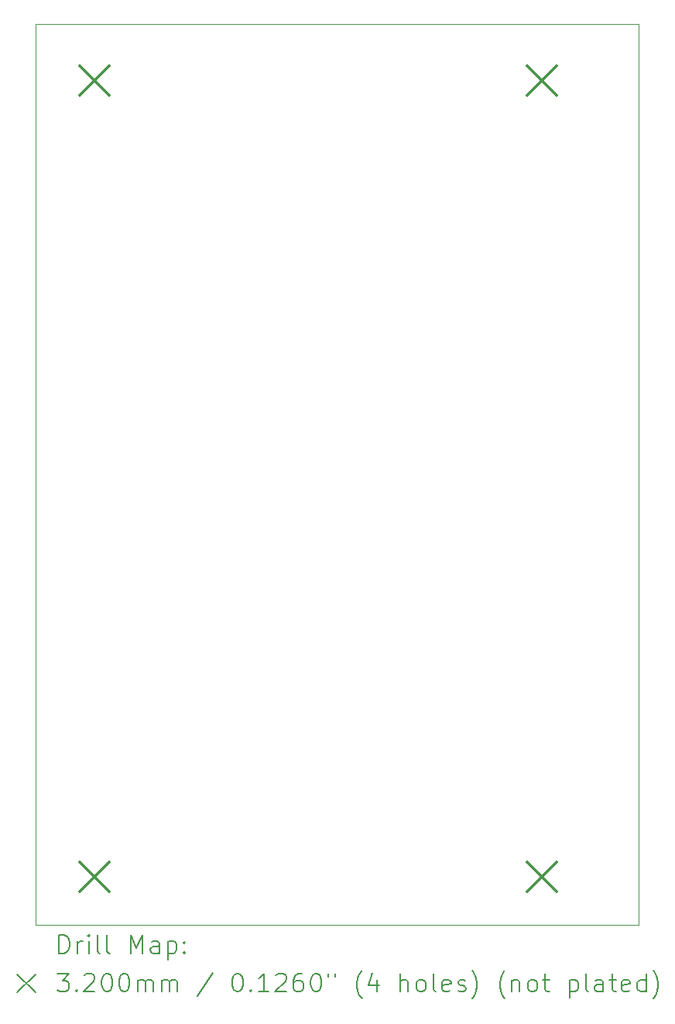
<source format=gbr>
%TF.GenerationSoftware,KiCad,Pcbnew,9.0.2*%
%TF.CreationDate,2025-07-10T18:49:31+01:00*%
%TF.ProjectId,Temperature-Controller,54656d70-6572-4617-9475-72652d436f6e,rev?*%
%TF.SameCoordinates,Original*%
%TF.FileFunction,Drillmap*%
%TF.FilePolarity,Positive*%
%FSLAX45Y45*%
G04 Gerber Fmt 4.5, Leading zero omitted, Abs format (unit mm)*
G04 Created by KiCad (PCBNEW 9.0.2) date 2025-07-10 18:49:31*
%MOMM*%
%LPD*%
G01*
G04 APERTURE LIST*
%ADD10C,0.050000*%
%ADD11C,0.200000*%
%ADD12C,0.320000*%
G04 APERTURE END LIST*
D10*
X16055000Y-13415000D02*
X16055000Y-3575000D01*
X16055000Y-3575000D02*
X16095000Y-3575000D01*
X22655000Y-3575000D02*
X22655000Y-13415000D01*
X22655000Y-13415000D02*
X16055000Y-13415000D01*
X16095000Y-3575000D02*
X22655000Y-3575000D01*
D11*
D12*
X16540500Y-4031000D02*
X16860500Y-4351000D01*
X16860500Y-4031000D02*
X16540500Y-4351000D01*
X16540500Y-12730500D02*
X16860500Y-13050500D01*
X16860500Y-12730500D02*
X16540500Y-13050500D01*
X21430000Y-4031000D02*
X21750000Y-4351000D01*
X21750000Y-4031000D02*
X21430000Y-4351000D01*
X21430000Y-12730500D02*
X21750000Y-13050500D01*
X21750000Y-12730500D02*
X21430000Y-13050500D01*
D11*
X16313277Y-13728984D02*
X16313277Y-13528984D01*
X16313277Y-13528984D02*
X16360896Y-13528984D01*
X16360896Y-13528984D02*
X16389467Y-13538508D01*
X16389467Y-13538508D02*
X16408515Y-13557555D01*
X16408515Y-13557555D02*
X16418039Y-13576603D01*
X16418039Y-13576603D02*
X16427562Y-13614698D01*
X16427562Y-13614698D02*
X16427562Y-13643269D01*
X16427562Y-13643269D02*
X16418039Y-13681365D01*
X16418039Y-13681365D02*
X16408515Y-13700412D01*
X16408515Y-13700412D02*
X16389467Y-13719460D01*
X16389467Y-13719460D02*
X16360896Y-13728984D01*
X16360896Y-13728984D02*
X16313277Y-13728984D01*
X16513277Y-13728984D02*
X16513277Y-13595650D01*
X16513277Y-13633746D02*
X16522801Y-13614698D01*
X16522801Y-13614698D02*
X16532324Y-13605174D01*
X16532324Y-13605174D02*
X16551372Y-13595650D01*
X16551372Y-13595650D02*
X16570420Y-13595650D01*
X16637086Y-13728984D02*
X16637086Y-13595650D01*
X16637086Y-13528984D02*
X16627562Y-13538508D01*
X16627562Y-13538508D02*
X16637086Y-13548031D01*
X16637086Y-13548031D02*
X16646610Y-13538508D01*
X16646610Y-13538508D02*
X16637086Y-13528984D01*
X16637086Y-13528984D02*
X16637086Y-13548031D01*
X16760896Y-13728984D02*
X16741848Y-13719460D01*
X16741848Y-13719460D02*
X16732324Y-13700412D01*
X16732324Y-13700412D02*
X16732324Y-13528984D01*
X16865658Y-13728984D02*
X16846610Y-13719460D01*
X16846610Y-13719460D02*
X16837086Y-13700412D01*
X16837086Y-13700412D02*
X16837086Y-13528984D01*
X17094229Y-13728984D02*
X17094229Y-13528984D01*
X17094229Y-13528984D02*
X17160896Y-13671841D01*
X17160896Y-13671841D02*
X17227563Y-13528984D01*
X17227563Y-13528984D02*
X17227563Y-13728984D01*
X17408515Y-13728984D02*
X17408515Y-13624222D01*
X17408515Y-13624222D02*
X17398991Y-13605174D01*
X17398991Y-13605174D02*
X17379944Y-13595650D01*
X17379944Y-13595650D02*
X17341848Y-13595650D01*
X17341848Y-13595650D02*
X17322801Y-13605174D01*
X17408515Y-13719460D02*
X17389467Y-13728984D01*
X17389467Y-13728984D02*
X17341848Y-13728984D01*
X17341848Y-13728984D02*
X17322801Y-13719460D01*
X17322801Y-13719460D02*
X17313277Y-13700412D01*
X17313277Y-13700412D02*
X17313277Y-13681365D01*
X17313277Y-13681365D02*
X17322801Y-13662317D01*
X17322801Y-13662317D02*
X17341848Y-13652793D01*
X17341848Y-13652793D02*
X17389467Y-13652793D01*
X17389467Y-13652793D02*
X17408515Y-13643269D01*
X17503753Y-13595650D02*
X17503753Y-13795650D01*
X17503753Y-13605174D02*
X17522801Y-13595650D01*
X17522801Y-13595650D02*
X17560896Y-13595650D01*
X17560896Y-13595650D02*
X17579944Y-13605174D01*
X17579944Y-13605174D02*
X17589467Y-13614698D01*
X17589467Y-13614698D02*
X17598991Y-13633746D01*
X17598991Y-13633746D02*
X17598991Y-13690888D01*
X17598991Y-13690888D02*
X17589467Y-13709936D01*
X17589467Y-13709936D02*
X17579944Y-13719460D01*
X17579944Y-13719460D02*
X17560896Y-13728984D01*
X17560896Y-13728984D02*
X17522801Y-13728984D01*
X17522801Y-13728984D02*
X17503753Y-13719460D01*
X17684705Y-13709936D02*
X17694229Y-13719460D01*
X17694229Y-13719460D02*
X17684705Y-13728984D01*
X17684705Y-13728984D02*
X17675182Y-13719460D01*
X17675182Y-13719460D02*
X17684705Y-13709936D01*
X17684705Y-13709936D02*
X17684705Y-13728984D01*
X17684705Y-13605174D02*
X17694229Y-13614698D01*
X17694229Y-13614698D02*
X17684705Y-13624222D01*
X17684705Y-13624222D02*
X17675182Y-13614698D01*
X17675182Y-13614698D02*
X17684705Y-13605174D01*
X17684705Y-13605174D02*
X17684705Y-13624222D01*
X15852500Y-13957500D02*
X16052500Y-14157500D01*
X16052500Y-13957500D02*
X15852500Y-14157500D01*
X16294229Y-13948984D02*
X16418039Y-13948984D01*
X16418039Y-13948984D02*
X16351372Y-14025174D01*
X16351372Y-14025174D02*
X16379943Y-14025174D01*
X16379943Y-14025174D02*
X16398991Y-14034698D01*
X16398991Y-14034698D02*
X16408515Y-14044222D01*
X16408515Y-14044222D02*
X16418039Y-14063269D01*
X16418039Y-14063269D02*
X16418039Y-14110888D01*
X16418039Y-14110888D02*
X16408515Y-14129936D01*
X16408515Y-14129936D02*
X16398991Y-14139460D01*
X16398991Y-14139460D02*
X16379943Y-14148984D01*
X16379943Y-14148984D02*
X16322801Y-14148984D01*
X16322801Y-14148984D02*
X16303753Y-14139460D01*
X16303753Y-14139460D02*
X16294229Y-14129936D01*
X16503753Y-14129936D02*
X16513277Y-14139460D01*
X16513277Y-14139460D02*
X16503753Y-14148984D01*
X16503753Y-14148984D02*
X16494229Y-14139460D01*
X16494229Y-14139460D02*
X16503753Y-14129936D01*
X16503753Y-14129936D02*
X16503753Y-14148984D01*
X16589467Y-13968031D02*
X16598991Y-13958508D01*
X16598991Y-13958508D02*
X16618039Y-13948984D01*
X16618039Y-13948984D02*
X16665658Y-13948984D01*
X16665658Y-13948984D02*
X16684705Y-13958508D01*
X16684705Y-13958508D02*
X16694229Y-13968031D01*
X16694229Y-13968031D02*
X16703753Y-13987079D01*
X16703753Y-13987079D02*
X16703753Y-14006127D01*
X16703753Y-14006127D02*
X16694229Y-14034698D01*
X16694229Y-14034698D02*
X16579943Y-14148984D01*
X16579943Y-14148984D02*
X16703753Y-14148984D01*
X16827563Y-13948984D02*
X16846610Y-13948984D01*
X16846610Y-13948984D02*
X16865658Y-13958508D01*
X16865658Y-13958508D02*
X16875182Y-13968031D01*
X16875182Y-13968031D02*
X16884705Y-13987079D01*
X16884705Y-13987079D02*
X16894229Y-14025174D01*
X16894229Y-14025174D02*
X16894229Y-14072793D01*
X16894229Y-14072793D02*
X16884705Y-14110888D01*
X16884705Y-14110888D02*
X16875182Y-14129936D01*
X16875182Y-14129936D02*
X16865658Y-14139460D01*
X16865658Y-14139460D02*
X16846610Y-14148984D01*
X16846610Y-14148984D02*
X16827563Y-14148984D01*
X16827563Y-14148984D02*
X16808515Y-14139460D01*
X16808515Y-14139460D02*
X16798991Y-14129936D01*
X16798991Y-14129936D02*
X16789467Y-14110888D01*
X16789467Y-14110888D02*
X16779944Y-14072793D01*
X16779944Y-14072793D02*
X16779944Y-14025174D01*
X16779944Y-14025174D02*
X16789467Y-13987079D01*
X16789467Y-13987079D02*
X16798991Y-13968031D01*
X16798991Y-13968031D02*
X16808515Y-13958508D01*
X16808515Y-13958508D02*
X16827563Y-13948984D01*
X17018039Y-13948984D02*
X17037086Y-13948984D01*
X17037086Y-13948984D02*
X17056134Y-13958508D01*
X17056134Y-13958508D02*
X17065658Y-13968031D01*
X17065658Y-13968031D02*
X17075182Y-13987079D01*
X17075182Y-13987079D02*
X17084705Y-14025174D01*
X17084705Y-14025174D02*
X17084705Y-14072793D01*
X17084705Y-14072793D02*
X17075182Y-14110888D01*
X17075182Y-14110888D02*
X17065658Y-14129936D01*
X17065658Y-14129936D02*
X17056134Y-14139460D01*
X17056134Y-14139460D02*
X17037086Y-14148984D01*
X17037086Y-14148984D02*
X17018039Y-14148984D01*
X17018039Y-14148984D02*
X16998991Y-14139460D01*
X16998991Y-14139460D02*
X16989467Y-14129936D01*
X16989467Y-14129936D02*
X16979944Y-14110888D01*
X16979944Y-14110888D02*
X16970420Y-14072793D01*
X16970420Y-14072793D02*
X16970420Y-14025174D01*
X16970420Y-14025174D02*
X16979944Y-13987079D01*
X16979944Y-13987079D02*
X16989467Y-13968031D01*
X16989467Y-13968031D02*
X16998991Y-13958508D01*
X16998991Y-13958508D02*
X17018039Y-13948984D01*
X17170420Y-14148984D02*
X17170420Y-14015650D01*
X17170420Y-14034698D02*
X17179944Y-14025174D01*
X17179944Y-14025174D02*
X17198991Y-14015650D01*
X17198991Y-14015650D02*
X17227563Y-14015650D01*
X17227563Y-14015650D02*
X17246610Y-14025174D01*
X17246610Y-14025174D02*
X17256134Y-14044222D01*
X17256134Y-14044222D02*
X17256134Y-14148984D01*
X17256134Y-14044222D02*
X17265658Y-14025174D01*
X17265658Y-14025174D02*
X17284705Y-14015650D01*
X17284705Y-14015650D02*
X17313277Y-14015650D01*
X17313277Y-14015650D02*
X17332325Y-14025174D01*
X17332325Y-14025174D02*
X17341848Y-14044222D01*
X17341848Y-14044222D02*
X17341848Y-14148984D01*
X17437086Y-14148984D02*
X17437086Y-14015650D01*
X17437086Y-14034698D02*
X17446610Y-14025174D01*
X17446610Y-14025174D02*
X17465658Y-14015650D01*
X17465658Y-14015650D02*
X17494229Y-14015650D01*
X17494229Y-14015650D02*
X17513277Y-14025174D01*
X17513277Y-14025174D02*
X17522801Y-14044222D01*
X17522801Y-14044222D02*
X17522801Y-14148984D01*
X17522801Y-14044222D02*
X17532325Y-14025174D01*
X17532325Y-14025174D02*
X17551372Y-14015650D01*
X17551372Y-14015650D02*
X17579944Y-14015650D01*
X17579944Y-14015650D02*
X17598991Y-14025174D01*
X17598991Y-14025174D02*
X17608515Y-14044222D01*
X17608515Y-14044222D02*
X17608515Y-14148984D01*
X17998991Y-13939460D02*
X17827563Y-14196603D01*
X18256134Y-13948984D02*
X18275182Y-13948984D01*
X18275182Y-13948984D02*
X18294229Y-13958508D01*
X18294229Y-13958508D02*
X18303753Y-13968031D01*
X18303753Y-13968031D02*
X18313277Y-13987079D01*
X18313277Y-13987079D02*
X18322801Y-14025174D01*
X18322801Y-14025174D02*
X18322801Y-14072793D01*
X18322801Y-14072793D02*
X18313277Y-14110888D01*
X18313277Y-14110888D02*
X18303753Y-14129936D01*
X18303753Y-14129936D02*
X18294229Y-14139460D01*
X18294229Y-14139460D02*
X18275182Y-14148984D01*
X18275182Y-14148984D02*
X18256134Y-14148984D01*
X18256134Y-14148984D02*
X18237087Y-14139460D01*
X18237087Y-14139460D02*
X18227563Y-14129936D01*
X18227563Y-14129936D02*
X18218039Y-14110888D01*
X18218039Y-14110888D02*
X18208515Y-14072793D01*
X18208515Y-14072793D02*
X18208515Y-14025174D01*
X18208515Y-14025174D02*
X18218039Y-13987079D01*
X18218039Y-13987079D02*
X18227563Y-13968031D01*
X18227563Y-13968031D02*
X18237087Y-13958508D01*
X18237087Y-13958508D02*
X18256134Y-13948984D01*
X18408515Y-14129936D02*
X18418039Y-14139460D01*
X18418039Y-14139460D02*
X18408515Y-14148984D01*
X18408515Y-14148984D02*
X18398991Y-14139460D01*
X18398991Y-14139460D02*
X18408515Y-14129936D01*
X18408515Y-14129936D02*
X18408515Y-14148984D01*
X18608515Y-14148984D02*
X18494229Y-14148984D01*
X18551372Y-14148984D02*
X18551372Y-13948984D01*
X18551372Y-13948984D02*
X18532325Y-13977555D01*
X18532325Y-13977555D02*
X18513277Y-13996603D01*
X18513277Y-13996603D02*
X18494229Y-14006127D01*
X18684706Y-13968031D02*
X18694229Y-13958508D01*
X18694229Y-13958508D02*
X18713277Y-13948984D01*
X18713277Y-13948984D02*
X18760896Y-13948984D01*
X18760896Y-13948984D02*
X18779944Y-13958508D01*
X18779944Y-13958508D02*
X18789468Y-13968031D01*
X18789468Y-13968031D02*
X18798991Y-13987079D01*
X18798991Y-13987079D02*
X18798991Y-14006127D01*
X18798991Y-14006127D02*
X18789468Y-14034698D01*
X18789468Y-14034698D02*
X18675182Y-14148984D01*
X18675182Y-14148984D02*
X18798991Y-14148984D01*
X18970420Y-13948984D02*
X18932325Y-13948984D01*
X18932325Y-13948984D02*
X18913277Y-13958508D01*
X18913277Y-13958508D02*
X18903753Y-13968031D01*
X18903753Y-13968031D02*
X18884706Y-13996603D01*
X18884706Y-13996603D02*
X18875182Y-14034698D01*
X18875182Y-14034698D02*
X18875182Y-14110888D01*
X18875182Y-14110888D02*
X18884706Y-14129936D01*
X18884706Y-14129936D02*
X18894229Y-14139460D01*
X18894229Y-14139460D02*
X18913277Y-14148984D01*
X18913277Y-14148984D02*
X18951372Y-14148984D01*
X18951372Y-14148984D02*
X18970420Y-14139460D01*
X18970420Y-14139460D02*
X18979944Y-14129936D01*
X18979944Y-14129936D02*
X18989468Y-14110888D01*
X18989468Y-14110888D02*
X18989468Y-14063269D01*
X18989468Y-14063269D02*
X18979944Y-14044222D01*
X18979944Y-14044222D02*
X18970420Y-14034698D01*
X18970420Y-14034698D02*
X18951372Y-14025174D01*
X18951372Y-14025174D02*
X18913277Y-14025174D01*
X18913277Y-14025174D02*
X18894229Y-14034698D01*
X18894229Y-14034698D02*
X18884706Y-14044222D01*
X18884706Y-14044222D02*
X18875182Y-14063269D01*
X19113277Y-13948984D02*
X19132325Y-13948984D01*
X19132325Y-13948984D02*
X19151372Y-13958508D01*
X19151372Y-13958508D02*
X19160896Y-13968031D01*
X19160896Y-13968031D02*
X19170420Y-13987079D01*
X19170420Y-13987079D02*
X19179944Y-14025174D01*
X19179944Y-14025174D02*
X19179944Y-14072793D01*
X19179944Y-14072793D02*
X19170420Y-14110888D01*
X19170420Y-14110888D02*
X19160896Y-14129936D01*
X19160896Y-14129936D02*
X19151372Y-14139460D01*
X19151372Y-14139460D02*
X19132325Y-14148984D01*
X19132325Y-14148984D02*
X19113277Y-14148984D01*
X19113277Y-14148984D02*
X19094229Y-14139460D01*
X19094229Y-14139460D02*
X19084706Y-14129936D01*
X19084706Y-14129936D02*
X19075182Y-14110888D01*
X19075182Y-14110888D02*
X19065658Y-14072793D01*
X19065658Y-14072793D02*
X19065658Y-14025174D01*
X19065658Y-14025174D02*
X19075182Y-13987079D01*
X19075182Y-13987079D02*
X19084706Y-13968031D01*
X19084706Y-13968031D02*
X19094229Y-13958508D01*
X19094229Y-13958508D02*
X19113277Y-13948984D01*
X19256134Y-13948984D02*
X19256134Y-13987079D01*
X19332325Y-13948984D02*
X19332325Y-13987079D01*
X19627563Y-14225174D02*
X19618039Y-14215650D01*
X19618039Y-14215650D02*
X19598991Y-14187079D01*
X19598991Y-14187079D02*
X19589468Y-14168031D01*
X19589468Y-14168031D02*
X19579944Y-14139460D01*
X19579944Y-14139460D02*
X19570420Y-14091841D01*
X19570420Y-14091841D02*
X19570420Y-14053746D01*
X19570420Y-14053746D02*
X19579944Y-14006127D01*
X19579944Y-14006127D02*
X19589468Y-13977555D01*
X19589468Y-13977555D02*
X19598991Y-13958508D01*
X19598991Y-13958508D02*
X19618039Y-13929936D01*
X19618039Y-13929936D02*
X19627563Y-13920412D01*
X19789468Y-14015650D02*
X19789468Y-14148984D01*
X19741849Y-13939460D02*
X19694230Y-14082317D01*
X19694230Y-14082317D02*
X19818039Y-14082317D01*
X20046611Y-14148984D02*
X20046611Y-13948984D01*
X20132325Y-14148984D02*
X20132325Y-14044222D01*
X20132325Y-14044222D02*
X20122801Y-14025174D01*
X20122801Y-14025174D02*
X20103753Y-14015650D01*
X20103753Y-14015650D02*
X20075182Y-14015650D01*
X20075182Y-14015650D02*
X20056134Y-14025174D01*
X20056134Y-14025174D02*
X20046611Y-14034698D01*
X20256134Y-14148984D02*
X20237087Y-14139460D01*
X20237087Y-14139460D02*
X20227563Y-14129936D01*
X20227563Y-14129936D02*
X20218039Y-14110888D01*
X20218039Y-14110888D02*
X20218039Y-14053746D01*
X20218039Y-14053746D02*
X20227563Y-14034698D01*
X20227563Y-14034698D02*
X20237087Y-14025174D01*
X20237087Y-14025174D02*
X20256134Y-14015650D01*
X20256134Y-14015650D02*
X20284706Y-14015650D01*
X20284706Y-14015650D02*
X20303753Y-14025174D01*
X20303753Y-14025174D02*
X20313277Y-14034698D01*
X20313277Y-14034698D02*
X20322801Y-14053746D01*
X20322801Y-14053746D02*
X20322801Y-14110888D01*
X20322801Y-14110888D02*
X20313277Y-14129936D01*
X20313277Y-14129936D02*
X20303753Y-14139460D01*
X20303753Y-14139460D02*
X20284706Y-14148984D01*
X20284706Y-14148984D02*
X20256134Y-14148984D01*
X20437087Y-14148984D02*
X20418039Y-14139460D01*
X20418039Y-14139460D02*
X20408515Y-14120412D01*
X20408515Y-14120412D02*
X20408515Y-13948984D01*
X20589468Y-14139460D02*
X20570420Y-14148984D01*
X20570420Y-14148984D02*
X20532325Y-14148984D01*
X20532325Y-14148984D02*
X20513277Y-14139460D01*
X20513277Y-14139460D02*
X20503753Y-14120412D01*
X20503753Y-14120412D02*
X20503753Y-14044222D01*
X20503753Y-14044222D02*
X20513277Y-14025174D01*
X20513277Y-14025174D02*
X20532325Y-14015650D01*
X20532325Y-14015650D02*
X20570420Y-14015650D01*
X20570420Y-14015650D02*
X20589468Y-14025174D01*
X20589468Y-14025174D02*
X20598992Y-14044222D01*
X20598992Y-14044222D02*
X20598992Y-14063269D01*
X20598992Y-14063269D02*
X20503753Y-14082317D01*
X20675182Y-14139460D02*
X20694230Y-14148984D01*
X20694230Y-14148984D02*
X20732325Y-14148984D01*
X20732325Y-14148984D02*
X20751373Y-14139460D01*
X20751373Y-14139460D02*
X20760896Y-14120412D01*
X20760896Y-14120412D02*
X20760896Y-14110888D01*
X20760896Y-14110888D02*
X20751373Y-14091841D01*
X20751373Y-14091841D02*
X20732325Y-14082317D01*
X20732325Y-14082317D02*
X20703753Y-14082317D01*
X20703753Y-14082317D02*
X20684706Y-14072793D01*
X20684706Y-14072793D02*
X20675182Y-14053746D01*
X20675182Y-14053746D02*
X20675182Y-14044222D01*
X20675182Y-14044222D02*
X20684706Y-14025174D01*
X20684706Y-14025174D02*
X20703753Y-14015650D01*
X20703753Y-14015650D02*
X20732325Y-14015650D01*
X20732325Y-14015650D02*
X20751373Y-14025174D01*
X20827563Y-14225174D02*
X20837087Y-14215650D01*
X20837087Y-14215650D02*
X20856134Y-14187079D01*
X20856134Y-14187079D02*
X20865658Y-14168031D01*
X20865658Y-14168031D02*
X20875182Y-14139460D01*
X20875182Y-14139460D02*
X20884706Y-14091841D01*
X20884706Y-14091841D02*
X20884706Y-14053746D01*
X20884706Y-14053746D02*
X20875182Y-14006127D01*
X20875182Y-14006127D02*
X20865658Y-13977555D01*
X20865658Y-13977555D02*
X20856134Y-13958508D01*
X20856134Y-13958508D02*
X20837087Y-13929936D01*
X20837087Y-13929936D02*
X20827563Y-13920412D01*
X21189468Y-14225174D02*
X21179944Y-14215650D01*
X21179944Y-14215650D02*
X21160896Y-14187079D01*
X21160896Y-14187079D02*
X21151373Y-14168031D01*
X21151373Y-14168031D02*
X21141849Y-14139460D01*
X21141849Y-14139460D02*
X21132325Y-14091841D01*
X21132325Y-14091841D02*
X21132325Y-14053746D01*
X21132325Y-14053746D02*
X21141849Y-14006127D01*
X21141849Y-14006127D02*
X21151373Y-13977555D01*
X21151373Y-13977555D02*
X21160896Y-13958508D01*
X21160896Y-13958508D02*
X21179944Y-13929936D01*
X21179944Y-13929936D02*
X21189468Y-13920412D01*
X21265658Y-14015650D02*
X21265658Y-14148984D01*
X21265658Y-14034698D02*
X21275182Y-14025174D01*
X21275182Y-14025174D02*
X21294230Y-14015650D01*
X21294230Y-14015650D02*
X21322801Y-14015650D01*
X21322801Y-14015650D02*
X21341849Y-14025174D01*
X21341849Y-14025174D02*
X21351373Y-14044222D01*
X21351373Y-14044222D02*
X21351373Y-14148984D01*
X21475182Y-14148984D02*
X21456134Y-14139460D01*
X21456134Y-14139460D02*
X21446611Y-14129936D01*
X21446611Y-14129936D02*
X21437087Y-14110888D01*
X21437087Y-14110888D02*
X21437087Y-14053746D01*
X21437087Y-14053746D02*
X21446611Y-14034698D01*
X21446611Y-14034698D02*
X21456134Y-14025174D01*
X21456134Y-14025174D02*
X21475182Y-14015650D01*
X21475182Y-14015650D02*
X21503754Y-14015650D01*
X21503754Y-14015650D02*
X21522801Y-14025174D01*
X21522801Y-14025174D02*
X21532325Y-14034698D01*
X21532325Y-14034698D02*
X21541849Y-14053746D01*
X21541849Y-14053746D02*
X21541849Y-14110888D01*
X21541849Y-14110888D02*
X21532325Y-14129936D01*
X21532325Y-14129936D02*
X21522801Y-14139460D01*
X21522801Y-14139460D02*
X21503754Y-14148984D01*
X21503754Y-14148984D02*
X21475182Y-14148984D01*
X21598992Y-14015650D02*
X21675182Y-14015650D01*
X21627563Y-13948984D02*
X21627563Y-14120412D01*
X21627563Y-14120412D02*
X21637087Y-14139460D01*
X21637087Y-14139460D02*
X21656134Y-14148984D01*
X21656134Y-14148984D02*
X21675182Y-14148984D01*
X21894230Y-14015650D02*
X21894230Y-14215650D01*
X21894230Y-14025174D02*
X21913277Y-14015650D01*
X21913277Y-14015650D02*
X21951373Y-14015650D01*
X21951373Y-14015650D02*
X21970420Y-14025174D01*
X21970420Y-14025174D02*
X21979944Y-14034698D01*
X21979944Y-14034698D02*
X21989468Y-14053746D01*
X21989468Y-14053746D02*
X21989468Y-14110888D01*
X21989468Y-14110888D02*
X21979944Y-14129936D01*
X21979944Y-14129936D02*
X21970420Y-14139460D01*
X21970420Y-14139460D02*
X21951373Y-14148984D01*
X21951373Y-14148984D02*
X21913277Y-14148984D01*
X21913277Y-14148984D02*
X21894230Y-14139460D01*
X22103754Y-14148984D02*
X22084706Y-14139460D01*
X22084706Y-14139460D02*
X22075182Y-14120412D01*
X22075182Y-14120412D02*
X22075182Y-13948984D01*
X22265658Y-14148984D02*
X22265658Y-14044222D01*
X22265658Y-14044222D02*
X22256135Y-14025174D01*
X22256135Y-14025174D02*
X22237087Y-14015650D01*
X22237087Y-14015650D02*
X22198992Y-14015650D01*
X22198992Y-14015650D02*
X22179944Y-14025174D01*
X22265658Y-14139460D02*
X22246611Y-14148984D01*
X22246611Y-14148984D02*
X22198992Y-14148984D01*
X22198992Y-14148984D02*
X22179944Y-14139460D01*
X22179944Y-14139460D02*
X22170420Y-14120412D01*
X22170420Y-14120412D02*
X22170420Y-14101365D01*
X22170420Y-14101365D02*
X22179944Y-14082317D01*
X22179944Y-14082317D02*
X22198992Y-14072793D01*
X22198992Y-14072793D02*
X22246611Y-14072793D01*
X22246611Y-14072793D02*
X22265658Y-14063269D01*
X22332325Y-14015650D02*
X22408515Y-14015650D01*
X22360896Y-13948984D02*
X22360896Y-14120412D01*
X22360896Y-14120412D02*
X22370420Y-14139460D01*
X22370420Y-14139460D02*
X22389468Y-14148984D01*
X22389468Y-14148984D02*
X22408515Y-14148984D01*
X22551373Y-14139460D02*
X22532325Y-14148984D01*
X22532325Y-14148984D02*
X22494230Y-14148984D01*
X22494230Y-14148984D02*
X22475182Y-14139460D01*
X22475182Y-14139460D02*
X22465658Y-14120412D01*
X22465658Y-14120412D02*
X22465658Y-14044222D01*
X22465658Y-14044222D02*
X22475182Y-14025174D01*
X22475182Y-14025174D02*
X22494230Y-14015650D01*
X22494230Y-14015650D02*
X22532325Y-14015650D01*
X22532325Y-14015650D02*
X22551373Y-14025174D01*
X22551373Y-14025174D02*
X22560896Y-14044222D01*
X22560896Y-14044222D02*
X22560896Y-14063269D01*
X22560896Y-14063269D02*
X22465658Y-14082317D01*
X22732325Y-14148984D02*
X22732325Y-13948984D01*
X22732325Y-14139460D02*
X22713277Y-14148984D01*
X22713277Y-14148984D02*
X22675182Y-14148984D01*
X22675182Y-14148984D02*
X22656134Y-14139460D01*
X22656134Y-14139460D02*
X22646611Y-14129936D01*
X22646611Y-14129936D02*
X22637087Y-14110888D01*
X22637087Y-14110888D02*
X22637087Y-14053746D01*
X22637087Y-14053746D02*
X22646611Y-14034698D01*
X22646611Y-14034698D02*
X22656134Y-14025174D01*
X22656134Y-14025174D02*
X22675182Y-14015650D01*
X22675182Y-14015650D02*
X22713277Y-14015650D01*
X22713277Y-14015650D02*
X22732325Y-14025174D01*
X22808515Y-14225174D02*
X22818039Y-14215650D01*
X22818039Y-14215650D02*
X22837087Y-14187079D01*
X22837087Y-14187079D02*
X22846611Y-14168031D01*
X22846611Y-14168031D02*
X22856134Y-14139460D01*
X22856134Y-14139460D02*
X22865658Y-14091841D01*
X22865658Y-14091841D02*
X22865658Y-14053746D01*
X22865658Y-14053746D02*
X22856134Y-14006127D01*
X22856134Y-14006127D02*
X22846611Y-13977555D01*
X22846611Y-13977555D02*
X22837087Y-13958508D01*
X22837087Y-13958508D02*
X22818039Y-13929936D01*
X22818039Y-13929936D02*
X22808515Y-13920412D01*
M02*

</source>
